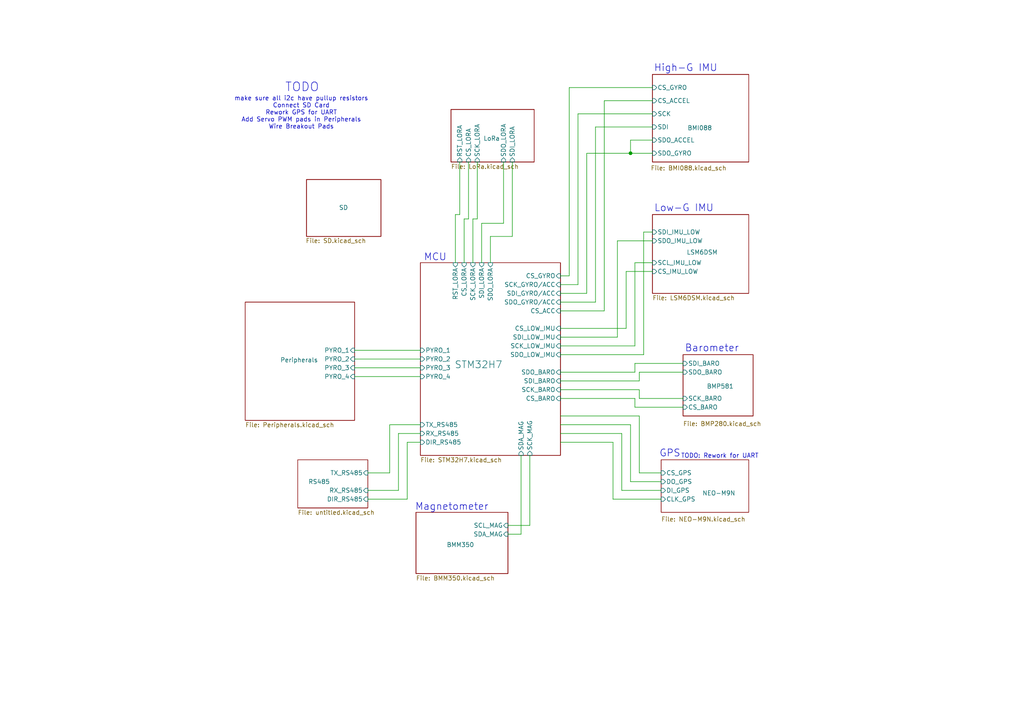
<source format=kicad_sch>
(kicad_sch
	(version 20231120)
	(generator "eeschema")
	(generator_version "8.0")
	(uuid "880cd2ad-ee8a-45d0-bf92-2f93a861aac0")
	(paper "A4")
	(title_block
		(title "NDXP Computer")
		(rev "1.0")
	)
	(lib_symbols)
	(junction
		(at 182.88 44.45)
		(diameter 0)
		(color 0 0 0 0)
		(uuid "df135ce9-5c5b-4bec-8d93-aecee0aa0d63")
	)
	(wire
		(pts
			(xy 186.69 102.87) (xy 186.69 67.31)
		)
		(stroke
			(width 0)
			(type default)
		)
		(uuid "0044426c-177c-40a8-a84b-d4600d572a0c")
	)
	(wire
		(pts
			(xy 153.67 152.4) (xy 153.67 132.08)
		)
		(stroke
			(width 0)
			(type default)
		)
		(uuid "04979d54-7f7e-4045-9936-63b7465e89e0")
	)
	(wire
		(pts
			(xy 175.26 29.21) (xy 189.23 29.21)
		)
		(stroke
			(width 0)
			(type default)
		)
		(uuid "0980d1e8-7ef6-431b-ba32-23c7603f15f3")
	)
	(wire
		(pts
			(xy 115.57 125.73) (xy 121.92 125.73)
		)
		(stroke
			(width 0)
			(type default)
		)
		(uuid "0bdbf140-e9d6-4236-bc0f-e96efe20e3c2")
	)
	(wire
		(pts
			(xy 170.18 44.45) (xy 182.88 44.45)
		)
		(stroke
			(width 0)
			(type default)
		)
		(uuid "100b5a8c-21cd-41e6-8adb-e71b01afd3a7")
	)
	(wire
		(pts
			(xy 162.56 80.01) (xy 165.1 80.01)
		)
		(stroke
			(width 0)
			(type default)
		)
		(uuid "11482e62-e5d6-4222-97e4-4efa3ad9ef14")
	)
	(wire
		(pts
			(xy 135.89 63.5) (xy 134.62 63.5)
		)
		(stroke
			(width 0)
			(type default)
		)
		(uuid "1446c81b-bd87-4d77-8916-a55f7fe8903d")
	)
	(wire
		(pts
			(xy 182.88 40.64) (xy 182.88 44.45)
		)
		(stroke
			(width 0)
			(type default)
		)
		(uuid "19210587-deb3-43dc-9d11-0c6f6111c228")
	)
	(wire
		(pts
			(xy 184.15 105.41) (xy 198.12 105.41)
		)
		(stroke
			(width 0)
			(type default)
		)
		(uuid "19ce393a-1fb8-4145-949d-12d304bc093e")
	)
	(wire
		(pts
			(xy 162.56 110.49) (xy 185.42 110.49)
		)
		(stroke
			(width 0)
			(type default)
		)
		(uuid "1cf7bacf-4ba2-4012-9bd0-361017a24e5a")
	)
	(wire
		(pts
			(xy 186.69 67.31) (xy 189.23 67.31)
		)
		(stroke
			(width 0)
			(type default)
		)
		(uuid "1ea3bc3b-3fa3-4f7d-b331-ba1eadbe6e81")
	)
	(wire
		(pts
			(xy 133.35 62.23) (xy 132.08 62.23)
		)
		(stroke
			(width 0)
			(type default)
		)
		(uuid "1ff19112-9a0d-4778-a543-768b4e670af1")
	)
	(wire
		(pts
			(xy 162.56 90.17) (xy 175.26 90.17)
		)
		(stroke
			(width 0)
			(type default)
		)
		(uuid "20f1d9e0-2699-46d1-abfa-57df7dba746d")
	)
	(wire
		(pts
			(xy 138.43 46.99) (xy 138.43 63.5)
		)
		(stroke
			(width 0)
			(type default)
		)
		(uuid "210d762a-b463-4fe7-816e-63b6dbff9f6d")
	)
	(wire
		(pts
			(xy 172.72 36.83) (xy 189.23 36.83)
		)
		(stroke
			(width 0)
			(type default)
		)
		(uuid "2201fb8e-0f18-44f6-93e7-e5e477676de2")
	)
	(wire
		(pts
			(xy 146.05 46.99) (xy 146.05 64.77)
		)
		(stroke
			(width 0)
			(type default)
		)
		(uuid "26a56149-ff12-4730-b35a-43fb8fc7d14a")
	)
	(wire
		(pts
			(xy 165.1 25.4) (xy 189.23 25.4)
		)
		(stroke
			(width 0)
			(type default)
		)
		(uuid "293941f4-1b80-44bf-a527-85146db23ee6")
	)
	(wire
		(pts
			(xy 179.07 69.85) (xy 189.23 69.85)
		)
		(stroke
			(width 0)
			(type default)
		)
		(uuid "2c086648-670a-436f-904f-b60d304733b2")
	)
	(wire
		(pts
			(xy 167.64 82.55) (xy 167.64 33.02)
		)
		(stroke
			(width 0)
			(type default)
		)
		(uuid "2c14342a-f09f-481b-92d7-feee1fdb5ffb")
	)
	(wire
		(pts
			(xy 162.56 125.73) (xy 180.34 125.73)
		)
		(stroke
			(width 0)
			(type default)
		)
		(uuid "2c4599bc-c6c6-4fb4-9d5b-8b5fa02a153b")
	)
	(wire
		(pts
			(xy 162.56 123.19) (xy 182.88 123.19)
		)
		(stroke
			(width 0)
			(type default)
		)
		(uuid "329d77dc-479f-4588-8593-e3088a5d4a02")
	)
	(wire
		(pts
			(xy 184.15 107.95) (xy 184.15 105.41)
		)
		(stroke
			(width 0)
			(type default)
		)
		(uuid "367d6849-7138-4ca2-bd8b-ca56dd29b307")
	)
	(wire
		(pts
			(xy 185.42 115.57) (xy 198.12 115.57)
		)
		(stroke
			(width 0)
			(type default)
		)
		(uuid "37dc710a-4659-4f4c-bf99-4c386acc38d0")
	)
	(wire
		(pts
			(xy 162.56 128.27) (xy 177.8 128.27)
		)
		(stroke
			(width 0)
			(type default)
		)
		(uuid "3e1cd515-0314-4a00-b70a-cffaeea87e2a")
	)
	(wire
		(pts
			(xy 148.59 68.58) (xy 142.24 68.58)
		)
		(stroke
			(width 0)
			(type default)
		)
		(uuid "4118b45b-bf27-4160-893f-c82826ff3f7c")
	)
	(wire
		(pts
			(xy 170.18 85.09) (xy 170.18 44.45)
		)
		(stroke
			(width 0)
			(type default)
		)
		(uuid "41ef0def-c16b-4c90-94b4-a2f10e06e007")
	)
	(wire
		(pts
			(xy 102.87 109.22) (xy 121.92 109.22)
		)
		(stroke
			(width 0)
			(type default)
		)
		(uuid "46ccb397-f148-472f-9da4-cd0f3e2de79d")
	)
	(wire
		(pts
			(xy 179.07 97.79) (xy 179.07 69.85)
		)
		(stroke
			(width 0)
			(type default)
		)
		(uuid "476188fe-80e8-433b-bada-d1a365732015")
	)
	(wire
		(pts
			(xy 162.56 120.65) (xy 185.42 120.65)
		)
		(stroke
			(width 0)
			(type default)
		)
		(uuid "4893a50b-4a04-4dd5-8aa0-332e55d5a921")
	)
	(wire
		(pts
			(xy 147.32 152.4) (xy 153.67 152.4)
		)
		(stroke
			(width 0)
			(type default)
		)
		(uuid "4b3b1d40-b60d-4889-befe-c1cfd96f8952")
	)
	(wire
		(pts
			(xy 102.87 104.14) (xy 121.92 104.14)
		)
		(stroke
			(width 0)
			(type default)
		)
		(uuid "4c5f8a8f-3046-4ea5-a031-b2c671429590")
	)
	(wire
		(pts
			(xy 135.89 46.99) (xy 135.89 63.5)
		)
		(stroke
			(width 0)
			(type default)
		)
		(uuid "4c623a8c-74a8-4098-a2d0-f9a56082aa2c")
	)
	(wire
		(pts
			(xy 162.56 115.57) (xy 184.15 115.57)
		)
		(stroke
			(width 0)
			(type default)
		)
		(uuid "4ec4de45-be68-4836-ba02-039fd5e6237f")
	)
	(wire
		(pts
			(xy 167.64 33.02) (xy 189.23 33.02)
		)
		(stroke
			(width 0)
			(type default)
		)
		(uuid "525d5c42-e239-48c8-ae3b-75f6e631b3bb")
	)
	(wire
		(pts
			(xy 182.88 139.7) (xy 191.77 139.7)
		)
		(stroke
			(width 0)
			(type default)
		)
		(uuid "52a06d23-ed10-404c-a9cf-cc7f04ba651e")
	)
	(wire
		(pts
			(xy 133.35 46.99) (xy 133.35 62.23)
		)
		(stroke
			(width 0)
			(type default)
		)
		(uuid "53b40e56-e691-458a-99ea-29c546a62b31")
	)
	(wire
		(pts
			(xy 185.42 137.16) (xy 191.77 137.16)
		)
		(stroke
			(width 0)
			(type default)
		)
		(uuid "591c4d2b-0483-4c5c-8089-392406cb1f27")
	)
	(wire
		(pts
			(xy 184.15 76.2) (xy 189.23 76.2)
		)
		(stroke
			(width 0)
			(type default)
		)
		(uuid "5b642580-675f-4028-9346-f2ce7ee728a8")
	)
	(wire
		(pts
			(xy 148.59 46.99) (xy 148.59 68.58)
		)
		(stroke
			(width 0)
			(type default)
		)
		(uuid "6a996c30-44e5-4b22-8e43-3b197c2c45a6")
	)
	(wire
		(pts
			(xy 177.8 128.27) (xy 177.8 144.78)
		)
		(stroke
			(width 0)
			(type default)
		)
		(uuid "6c7f71a5-b2d7-4588-ac86-b517c4f6e1d1")
	)
	(wire
		(pts
			(xy 181.61 95.25) (xy 181.61 78.74)
		)
		(stroke
			(width 0)
			(type default)
		)
		(uuid "6cb6f7da-a801-4a93-a0a2-edf3732edf2c")
	)
	(wire
		(pts
			(xy 147.32 154.94) (xy 151.13 154.94)
		)
		(stroke
			(width 0)
			(type default)
		)
		(uuid "70ab4753-a018-4441-a275-0c794fa69cab")
	)
	(wire
		(pts
			(xy 162.56 113.03) (xy 185.42 113.03)
		)
		(stroke
			(width 0)
			(type default)
		)
		(uuid "72e879e5-547b-446d-91b7-008b8b13a571")
	)
	(wire
		(pts
			(xy 182.88 44.45) (xy 189.23 44.45)
		)
		(stroke
			(width 0)
			(type default)
		)
		(uuid "73513434-b638-4bc1-8fec-1c6b97f23e24")
	)
	(wire
		(pts
			(xy 182.88 123.19) (xy 182.88 139.7)
		)
		(stroke
			(width 0)
			(type default)
		)
		(uuid "744808a4-fca9-42b8-b015-f9e25f5d0382")
	)
	(wire
		(pts
			(xy 172.72 36.83) (xy 172.72 87.63)
		)
		(stroke
			(width 0)
			(type default)
		)
		(uuid "79ea3058-79fa-463b-b078-fba11989134a")
	)
	(wire
		(pts
			(xy 106.68 137.16) (xy 113.03 137.16)
		)
		(stroke
			(width 0)
			(type default)
		)
		(uuid "7a4425c9-cdfe-41cf-b93c-dc0cbc85ebed")
	)
	(wire
		(pts
			(xy 118.11 144.78) (xy 118.11 128.27)
		)
		(stroke
			(width 0)
			(type default)
		)
		(uuid "858d90b3-9fc5-422e-8b9f-fa1c49609cd0")
	)
	(wire
		(pts
			(xy 139.7 64.77) (xy 139.7 76.2)
		)
		(stroke
			(width 0)
			(type default)
		)
		(uuid "86f12af8-cfaf-41d9-a122-facb85c8db39")
	)
	(wire
		(pts
			(xy 113.03 137.16) (xy 113.03 123.19)
		)
		(stroke
			(width 0)
			(type default)
		)
		(uuid "89cf13b9-c1d0-4815-9c7a-e55f41a024b5")
	)
	(wire
		(pts
			(xy 185.42 120.65) (xy 185.42 137.16)
		)
		(stroke
			(width 0)
			(type default)
		)
		(uuid "8a3db205-96c5-4869-85cf-c6f7a5872cb7")
	)
	(wire
		(pts
			(xy 184.15 118.11) (xy 198.12 118.11)
		)
		(stroke
			(width 0)
			(type default)
		)
		(uuid "8abdc395-2316-4c47-9e1f-bb8a1f34426f")
	)
	(wire
		(pts
			(xy 134.62 63.5) (xy 134.62 76.2)
		)
		(stroke
			(width 0)
			(type default)
		)
		(uuid "906de628-f675-4394-bcc1-ac312d2b8ee2")
	)
	(wire
		(pts
			(xy 185.42 110.49) (xy 185.42 107.95)
		)
		(stroke
			(width 0)
			(type default)
		)
		(uuid "93861dda-1954-4bbe-bbf5-1f9cdf6e2305")
	)
	(wire
		(pts
			(xy 142.24 68.58) (xy 142.24 76.2)
		)
		(stroke
			(width 0)
			(type default)
		)
		(uuid "989ab132-5ad7-4cfa-9ba7-1d4559e0e4b2")
	)
	(wire
		(pts
			(xy 106.68 142.24) (xy 115.57 142.24)
		)
		(stroke
			(width 0)
			(type default)
		)
		(uuid "9f5ef052-3dfd-48f2-b0bb-105d1b193897")
	)
	(wire
		(pts
			(xy 177.8 144.78) (xy 191.77 144.78)
		)
		(stroke
			(width 0)
			(type default)
		)
		(uuid "9fae0bd7-b277-49e0-8cac-988d96573e28")
	)
	(wire
		(pts
			(xy 184.15 100.33) (xy 184.15 76.2)
		)
		(stroke
			(width 0)
			(type default)
		)
		(uuid "9fc96eb5-e75f-463a-ac75-bc6a85f90000")
	)
	(wire
		(pts
			(xy 132.08 62.23) (xy 132.08 76.2)
		)
		(stroke
			(width 0)
			(type default)
		)
		(uuid "a04e98e5-a2ae-400f-b1bf-1355af814794")
	)
	(wire
		(pts
			(xy 184.15 115.57) (xy 184.15 118.11)
		)
		(stroke
			(width 0)
			(type default)
		)
		(uuid "a050d4f5-72c4-458c-913e-ec9dedf1c501")
	)
	(wire
		(pts
			(xy 181.61 78.74) (xy 189.23 78.74)
		)
		(stroke
			(width 0)
			(type default)
		)
		(uuid "a19514af-7d31-44ae-8a38-b8cde0678493")
	)
	(wire
		(pts
			(xy 151.13 154.94) (xy 151.13 132.08)
		)
		(stroke
			(width 0)
			(type default)
		)
		(uuid "a29b1518-9f25-4fae-8efc-315866443829")
	)
	(wire
		(pts
			(xy 115.57 142.24) (xy 115.57 125.73)
		)
		(stroke
			(width 0)
			(type default)
		)
		(uuid "a431ba26-e0c1-41da-9731-fef7b8110378")
	)
	(wire
		(pts
			(xy 162.56 95.25) (xy 181.61 95.25)
		)
		(stroke
			(width 0)
			(type default)
		)
		(uuid "a7790bd7-0e6b-4055-ade3-5eafdc4e5029")
	)
	(wire
		(pts
			(xy 102.87 101.6) (xy 121.92 101.6)
		)
		(stroke
			(width 0)
			(type default)
		)
		(uuid "acb1d8e6-2972-4209-9ff1-c971e5b80cae")
	)
	(wire
		(pts
			(xy 162.56 82.55) (xy 167.64 82.55)
		)
		(stroke
			(width 0)
			(type default)
		)
		(uuid "b78b7606-dff9-4474-81b4-3796b0cf158e")
	)
	(wire
		(pts
			(xy 146.05 64.77) (xy 139.7 64.77)
		)
		(stroke
			(width 0)
			(type default)
		)
		(uuid "b8c0d01a-817c-4f63-a6af-246f9650cd17")
	)
	(wire
		(pts
			(xy 180.34 142.24) (xy 191.77 142.24)
		)
		(stroke
			(width 0)
			(type default)
		)
		(uuid "b8c2e6c5-53c8-4c14-8d93-f3f3d3a9d422")
	)
	(wire
		(pts
			(xy 165.1 25.4) (xy 165.1 80.01)
		)
		(stroke
			(width 0)
			(type default)
		)
		(uuid "be65df2f-057b-4331-8f10-a12382c3fec6")
	)
	(wire
		(pts
			(xy 185.42 113.03) (xy 185.42 115.57)
		)
		(stroke
			(width 0)
			(type default)
		)
		(uuid "bee0bc5d-63ac-476c-8e91-5902f32d0ec2")
	)
	(wire
		(pts
			(xy 180.34 125.73) (xy 180.34 142.24)
		)
		(stroke
			(width 0)
			(type default)
		)
		(uuid "bfd996aa-b187-4c14-9781-1f5aebab2071")
	)
	(wire
		(pts
			(xy 137.16 63.5) (xy 137.16 76.2)
		)
		(stroke
			(width 0)
			(type default)
		)
		(uuid "c06cd6d9-0b41-4988-be62-7fc50af421e0")
	)
	(wire
		(pts
			(xy 189.23 40.64) (xy 182.88 40.64)
		)
		(stroke
			(width 0)
			(type default)
		)
		(uuid "c7df2017-7033-4a1e-ad74-59cdc0aa2458")
	)
	(wire
		(pts
			(xy 185.42 107.95) (xy 198.12 107.95)
		)
		(stroke
			(width 0)
			(type default)
		)
		(uuid "c9de6265-5ebf-42bc-abf5-826aafdb335b")
	)
	(wire
		(pts
			(xy 106.68 144.78) (xy 118.11 144.78)
		)
		(stroke
			(width 0)
			(type default)
		)
		(uuid "cad63af2-b78b-4742-9d8f-8ed47af7028e")
	)
	(wire
		(pts
			(xy 162.56 100.33) (xy 184.15 100.33)
		)
		(stroke
			(width 0)
			(type default)
		)
		(uuid "d5352066-8c6d-4e12-b687-82781f1db2f0")
	)
	(wire
		(pts
			(xy 162.56 97.79) (xy 179.07 97.79)
		)
		(stroke
			(width 0)
			(type default)
		)
		(uuid "d93f86f3-ff93-481d-81f3-7e8da3f3f034")
	)
	(wire
		(pts
			(xy 162.56 102.87) (xy 186.69 102.87)
		)
		(stroke
			(width 0)
			(type default)
		)
		(uuid "dae2fe37-e894-4cc0-b412-0ebe106e740f")
	)
	(wire
		(pts
			(xy 175.26 90.17) (xy 175.26 29.21)
		)
		(stroke
			(width 0)
			(type default)
		)
		(uuid "dc22c649-62b5-445a-87b7-ba1582a60d55")
	)
	(wire
		(pts
			(xy 138.43 63.5) (xy 137.16 63.5)
		)
		(stroke
			(width 0)
			(type default)
		)
		(uuid "e016e29e-ba94-4629-8935-e3e5bbc54b57")
	)
	(wire
		(pts
			(xy 102.87 106.68) (xy 121.92 106.68)
		)
		(stroke
			(width 0)
			(type default)
		)
		(uuid "e621a091-ee1a-4e9f-bf7b-3bae8ee60ff5")
	)
	(wire
		(pts
			(xy 118.11 128.27) (xy 121.92 128.27)
		)
		(stroke
			(width 0)
			(type default)
		)
		(uuid "e86d962f-2ee7-4d8f-ad03-68fa6721d226")
	)
	(wire
		(pts
			(xy 113.03 123.19) (xy 121.92 123.19)
		)
		(stroke
			(width 0)
			(type default)
		)
		(uuid "e8d6abb0-d406-4cd6-954c-473018c4393d")
	)
	(wire
		(pts
			(xy 172.72 87.63) (xy 162.56 87.63)
		)
		(stroke
			(width 0)
			(type default)
		)
		(uuid "f36b7254-e0b5-41a1-baa3-76d1c00104b1")
	)
	(wire
		(pts
			(xy 162.56 85.09) (xy 170.18 85.09)
		)
		(stroke
			(width 0)
			(type default)
		)
		(uuid "f6b6fc8e-cb47-4802-900e-4980bd265f4f")
	)
	(wire
		(pts
			(xy 162.56 107.95) (xy 184.15 107.95)
		)
		(stroke
			(width 0)
			(type default)
		)
		(uuid "fad2d67c-7fed-4a6d-9925-82bda18bc0b4")
	)
	(text "make sure all i2c have pullup resistors\nConnect SD Card\nRework GPS for UART\nAdd Servo PWM pads in Peripherals\nWire Breakout Pads\n"
		(exclude_from_sim no)
		(at 87.376 32.766 0)
		(effects
			(font
				(size 1.27 1.27)
			)
		)
		(uuid "129b3e80-277d-44c5-b239-ed4e4bb4d1dc")
	)
	(text "TODO"
		(exclude_from_sim no)
		(at 87.63 25.4 0)
		(effects
			(font
				(size 2.54 2.54)
			)
		)
		(uuid "3e3653e6-b45b-4a4b-824f-089325930dde")
	)
	(text "Barometer"
		(exclude_from_sim no)
		(at 206.502 101.092 0)
		(effects
			(font
				(size 2.032 2.032)
			)
		)
		(uuid "47e5abcf-37aa-49ac-9122-a522670b41bd")
	)
	(text "Low-G IMU"
		(exclude_from_sim no)
		(at 198.374 60.452 0)
		(effects
			(font
				(size 2.032 2.032)
			)
		)
		(uuid "54ee0cab-4af0-479a-a15a-7c327eba076c")
	)
	(text "TODO: Rework for UART"
		(exclude_from_sim no)
		(at 208.788 132.334 0)
		(effects
			(font
				(size 1.27 1.27)
			)
		)
		(uuid "5764d981-d3fc-41c7-bfe3-b4c6804cc40b")
	)
	(text "MCU"
		(exclude_from_sim no)
		(at 126.238 74.676 0)
		(effects
			(font
				(size 2.032 2.032)
			)
		)
		(uuid "afa0a4ea-9e23-4dc2-9719-41b6bfebd168")
	)
	(text "High-G IMU"
		(exclude_from_sim no)
		(at 198.882 19.812 0)
		(effects
			(font
				(size 2.032 2.032)
			)
		)
		(uuid "b7c75cce-8e53-462c-be97-288547ffa0f2")
	)
	(text "Magnetometer"
		(exclude_from_sim no)
		(at 131.064 147.066 0)
		(effects
			(font
				(size 2.032 2.032)
			)
		)
		(uuid "d24b7985-73ac-487b-a16e-2fcbbe3b445e")
	)
	(text "GPS\n"
		(exclude_from_sim no)
		(at 194.31 131.572 0)
		(effects
			(font
				(size 2.032 2.032)
			)
		)
		(uuid "fb9471b3-e357-48b6-ab2a-9f8e0e5bc123")
	)
	(sheet
		(at 191.77 133.35)
		(size 25.4 15.24)
		(stroke
			(width 0.1524)
			(type solid)
		)
		(fill
			(color 0 0 0 0.0000)
		)
		(uuid "16e7959a-598a-4fd4-86dd-9806303f6b27")
		(property "Sheetname" "NEO-M9N"
			(at 203.708 143.764 0)
			(effects
				(font
					(size 1.27 1.27)
				)
				(justify left bottom)
			)
		)
		(property "Sheetfile" "NEO-M9N.kicad_sch"
			(at 191.77 149.86 0)
			(effects
				(font
					(size 1.27 1.27)
				)
				(justify left top)
			)
		)
		(pin "CS_GPS" input
			(at 191.77 137.16 180)
			(effects
				(font
					(size 1.27 1.27)
				)
				(justify left)
			)
			(uuid "823f4d08-4b15-42ea-8529-7d0d43bc645d")
		)
		(pin "DO_GPS" input
			(at 191.77 139.7 180)
			(effects
				(font
					(size 1.27 1.27)
				)
				(justify left)
			)
			(uuid "f3ae5bcc-498a-48b4-93bf-0b95e873203d")
		)
		(pin "DI_GPS" input
			(at 191.77 142.24 180)
			(effects
				(font
					(size 1.27 1.27)
				)
				(justify left)
			)
			(uuid "b9a8e007-76e0-4709-8755-dcd05cd71d95")
		)
		(pin "CLK_GPS" input
			(at 191.77 144.78 180)
			(effects
				(font
					(size 1.27 1.27)
				)
				(justify left)
			)
			(uuid "46e09adf-7cbe-46cb-8918-d4f5d18a1870")
		)
		(instances
			(project "NDXPCOMPUTER"
				(path "/880cd2ad-ee8a-45d0-bf92-2f93a861aac0"
					(page "6")
				)
			)
		)
	)
	(sheet
		(at 86.36 133.35)
		(size 20.32 13.97)
		(stroke
			(width 0.1524)
			(type solid)
		)
		(fill
			(color 0 0 0 0.0000)
		)
		(uuid "3027ef3f-d137-45d9-896f-2480517a468d")
		(property "Sheetname" "RS485"
			(at 89.408 140.462 0)
			(effects
				(font
					(size 1.27 1.27)
				)
				(justify left bottom)
			)
		)
		(property "Sheetfile" "untitled.kicad_sch"
			(at 86.36 147.9046 0)
			(effects
				(font
					(size 1.27 1.27)
				)
				(justify left top)
			)
		)
		(pin "TX_RS485" input
			(at 106.68 137.16 0)
			(effects
				(font
					(size 1.27 1.27)
				)
				(justify right)
			)
			(uuid "942e7f6d-f923-42c2-aa7c-76fcd652f9c7")
		)
		(pin "RX_RS485" input
			(at 106.68 142.24 0)
			(effects
				(font
					(size 1.27 1.27)
				)
				(justify right)
			)
			(uuid "0c578b8c-6a00-4a15-8883-f19847cac9a3")
		)
		(pin "DIR_RS485" input
			(at 106.68 144.78 0)
			(effects
				(font
					(size 1.27 1.27)
				)
				(justify right)
			)
			(uuid "e873fde5-cc4f-429a-9ade-350ab17a7763")
		)
		(instances
			(project "NDXPCOMPUTER"
				(path "/880cd2ad-ee8a-45d0-bf92-2f93a861aac0"
					(page "12")
				)
			)
		)
	)
	(sheet
		(at 198.12 102.87)
		(size 20.32 17.78)
		(stroke
			(width 0.1524)
			(type solid)
		)
		(fill
			(color 0 0 0 0.0000)
		)
		(uuid "5e45f0a4-a72d-4462-856f-94f2b8339a46")
		(property "Sheetname" "BMP581"
			(at 204.978 112.776 0)
			(effects
				(font
					(size 1.27 1.27)
				)
				(justify left bottom)
			)
		)
		(property "Sheetfile" "BMP280.kicad_sch"
			(at 198.12 122.174 0)
			(effects
				(font
					(size 1.27 1.27)
				)
				(justify left top)
			)
		)
		(pin "SDI_BARO" input
			(at 198.12 105.41 180)
			(effects
				(font
					(size 1.27 1.27)
				)
				(justify left)
			)
			(uuid "e704f30b-ab92-4885-869b-9d66de7bc128")
		)
		(pin "SDO_BARO" input
			(at 198.12 107.95 180)
			(effects
				(font
					(size 1.27 1.27)
				)
				(justify left)
			)
			(uuid "ba42b176-24bf-4aff-a976-23723c5fd5a9")
		)
		(pin "SCK_BARO" input
			(at 198.12 115.57 180)
			(effects
				(font
					(size 1.27 1.27)
				)
				(justify left)
			)
			(uuid "54938ac0-bd68-44a4-965f-878a9400d6c9")
		)
		(pin "CS_BARO" input
			(at 198.12 118.11 180)
			(effects
				(font
					(size 1.27 1.27)
				)
				(justify left)
			)
			(uuid "6447672b-ec6b-4590-867d-990d05237a61")
		)
		(instances
			(project "NDXPCOMPUTER"
				(path "/880cd2ad-ee8a-45d0-bf92-2f93a861aac0"
					(page "5")
				)
			)
		)
	)
	(sheet
		(at 88.9 52.07)
		(size 21.59 16.51)
		(stroke
			(width 0.1524)
			(type solid)
		)
		(fill
			(color 0 0 0 0.0000)
		)
		(uuid "637cedd3-28e9-4fa5-b7e7-b0325a347348")
		(property "Sheetname" "SD"
			(at 98.298 60.96 0)
			(effects
				(font
					(size 1.27 1.27)
				)
				(justify left bottom)
			)
		)
		(property "Sheetfile" "SD.kicad_sch"
			(at 88.646 69.088 0)
			(effects
				(font
					(size 1.27 1.27)
				)
				(justify left top)
			)
		)
		(instances
			(project "NDXPCOMPUTER"
				(path "/880cd2ad-ee8a-45d0-bf92-2f93a861aac0"
					(page "11")
				)
			)
		)
	)
	(sheet
		(at 120.65 148.59)
		(size 26.67 17.78)
		(stroke
			(width 0.1524)
			(type solid)
		)
		(fill
			(color 0 0 0 0.0000)
		)
		(uuid "6ba08fd8-48fe-41d6-8cdf-5d93dab36794")
		(property "Sheetname" "BMM350"
			(at 129.54 158.75 0)
			(effects
				(font
					(size 1.27 1.27)
				)
				(justify left bottom)
			)
		)
		(property "Sheetfile" "BMM350.kicad_sch"
			(at 120.65 166.9546 0)
			(effects
				(font
					(size 1.27 1.27)
				)
				(justify left top)
			)
		)
		(pin "SDA_MAG" input
			(at 147.32 154.94 0)
			(effects
				(font
					(size 1.27 1.27)
				)
				(justify right)
			)
			(uuid "aa1cb67c-2e89-4f6e-a312-af3369a00f80")
		)
		(pin "SCL_MAG" input
			(at 147.32 152.4 0)
			(effects
				(font
					(size 1.27 1.27)
				)
				(justify right)
			)
			(uuid "e0560357-11a3-4a8b-86e8-8aa6277f6b53")
		)
		(instances
			(project "NDXPCOMPUTER"
				(path "/880cd2ad-ee8a-45d0-bf92-2f93a861aac0"
					(page "9")
				)
			)
		)
	)
	(sheet
		(at 71.12 87.63)
		(size 31.75 34.29)
		(stroke
			(width 0.1524)
			(type solid)
		)
		(fill
			(color 0 0 0 0.0000)
		)
		(uuid "933c923e-9649-42a5-9bc4-db8878fb4adc")
		(property "Sheetname" "Peripherals"
			(at 81.28 105.156 0)
			(effects
				(font
					(size 1.27 1.27)
				)
				(justify left bottom)
			)
		)
		(property "Sheetfile" "Peripherals.kicad_sch"
			(at 71.12 122.5046 0)
			(effects
				(font
					(size 1.27 1.27)
				)
				(justify left top)
			)
		)
		(pin "PYRO_1" input
			(at 102.87 101.6 0)
			(effects
				(font
					(size 1.27 1.27)
				)
				(justify right)
			)
			(uuid "b98d3c90-2d58-4dab-84ab-a7d2fddee7c3")
		)
		(pin "PYRO_3" input
			(at 102.87 106.68 0)
			(effects
				(font
					(size 1.27 1.27)
				)
				(justify right)
			)
			(uuid "a4334911-cec0-4206-bb9f-9e629f0fd942")
		)
		(pin "PYRO_2" input
			(at 102.87 104.14 0)
			(effects
				(font
					(size 1.27 1.27)
				)
				(justify right)
			)
			(uuid "d8ee2219-ee3d-401d-908a-bfc367eb3318")
		)
		(pin "PYRO_4" input
			(at 102.87 109.22 0)
			(effects
				(font
					(size 1.27 1.27)
				)
				(justify right)
			)
			(uuid "fd10030b-c626-4299-bec9-73051965c6c7")
		)
		(instances
			(project "NDXPCOMPUTER"
				(path "/880cd2ad-ee8a-45d0-bf92-2f93a861aac0"
					(page "8")
				)
			)
		)
	)
	(sheet
		(at 189.23 21.59)
		(size 27.94 25.4)
		(stroke
			(width 0.1524)
			(type solid)
		)
		(fill
			(color 0 0 0 0.0000)
		)
		(uuid "ad9d4e19-de45-4b5d-9d67-5d499159c63b")
		(property "Sheetname" "BMI088"
			(at 199.39 37.846 0)
			(effects
				(font
					(size 1.27 1.27)
				)
				(justify left bottom)
			)
		)
		(property "Sheetfile" "BMI088.kicad_sch"
			(at 188.722 48.006 0)
			(effects
				(font
					(size 1.27 1.27)
				)
				(justify left top)
			)
		)
		(pin "CS_GYRO" input
			(at 189.23 25.4 180)
			(effects
				(font
					(size 1.27 1.27)
				)
				(justify left)
			)
			(uuid "afdad376-1230-4c27-9db2-023c823a0aa9")
		)
		(pin "CS_ACCEL" input
			(at 189.23 29.21 180)
			(effects
				(font
					(size 1.27 1.27)
				)
				(justify left)
			)
			(uuid "1cef0264-5c9e-4261-8990-45e6995fa1d2")
		)
		(pin "SCK" input
			(at 189.23 33.02 180)
			(effects
				(font
					(size 1.27 1.27)
				)
				(justify left)
			)
			(uuid "e0bfa251-9188-426c-b0d4-717467979a8c")
		)
		(pin "SDI" input
			(at 189.23 36.83 180)
			(effects
				(font
					(size 1.27 1.27)
				)
				(justify left)
			)
			(uuid "b20cebfa-82bd-4a37-a398-651589907d21")
		)
		(pin "SDO_ACCEL" input
			(at 189.23 40.64 180)
			(effects
				(font
					(size 1.27 1.27)
				)
				(justify left)
			)
			(uuid "b9cc77d1-6982-4d10-9173-b46f8caefb79")
		)
		(pin "SDO_GYRO" input
			(at 189.23 44.45 180)
			(effects
				(font
					(size 1.27 1.27)
				)
				(justify left)
			)
			(uuid "3da39ff6-a730-453e-9d14-bdb5853bd809")
		)
		(instances
			(project "NDXPCOMPUTER"
				(path "/880cd2ad-ee8a-45d0-bf92-2f93a861aac0"
					(page "3")
				)
			)
		)
	)
	(sheet
		(at 130.81 31.75)
		(size 24.13 15.24)
		(stroke
			(width 0.1524)
			(type solid)
		)
		(fill
			(color 0 0 0 0.0000)
		)
		(uuid "b564b3df-7c59-40c8-842a-077330153d4f")
		(property "Sheetname" "LoRa"
			(at 140.208 40.894 0)
			(effects
				(font
					(size 1.27 1.27)
				)
				(justify left bottom)
			)
		)
		(property "Sheetfile" "LoRa.kicad_sch"
			(at 130.81 47.5746 0)
			(effects
				(font
					(size 1.27 1.27)
				)
				(justify left top)
			)
		)
		(pin "SDO_LORA" input
			(at 146.05 46.99 270)
			(effects
				(font
					(size 1.27 1.27)
				)
				(justify left)
			)
			(uuid "14ed6d76-ae0e-4c46-b495-bb7cc9fc201e")
		)
		(pin "RST_LORA" input
			(at 133.35 46.99 270)
			(effects
				(font
					(size 1.27 1.27)
				)
				(justify left)
			)
			(uuid "b5a8fbd4-4b83-439e-b038-eca389fc4085")
		)
		(pin "CS_LORA" input
			(at 135.89 46.99 270)
			(effects
				(font
					(size 1.27 1.27)
				)
				(justify left)
			)
			(uuid "6c3344b3-d6f7-4465-9176-9e7e7526673f")
		)
		(pin "SCK_LORA" input
			(at 138.43 46.99 270)
			(effects
				(font
					(size 1.27 1.27)
				)
				(justify left)
			)
			(uuid "adb32efc-97dd-4c9f-bc4b-94fb8006ad76")
		)
		(pin "SDI_LORA" input
			(at 148.59 46.99 270)
			(effects
				(font
					(size 1.27 1.27)
				)
				(justify left)
			)
			(uuid "f70da958-c1fc-48b9-8b50-9355b8632ca1")
		)
		(instances
			(project "NDXPCOMPUTER"
				(path "/880cd2ad-ee8a-45d0-bf92-2f93a861aac0"
					(page "10")
				)
			)
		)
	)
	(sheet
		(at 121.92 76.2)
		(size 40.64 55.88)
		(stroke
			(width 0.1524)
			(type solid)
		)
		(fill
			(color 0 0 0 0.0000)
		)
		(uuid "cb1b5cf1-a55c-42cc-b365-bf5ffcf1d58e")
		(property "Sheetname" "STM32H7"
			(at 131.826 106.934 0)
			(effects
				(font
					(size 2.032 2.032)
				)
				(justify left bottom)
			)
		)
		(property "Sheetfile" "STM32H7.kicad_sch"
			(at 121.92 132.6646 0)
			(effects
				(font
					(size 1.27 1.27)
				)
				(justify left top)
			)
		)
		(pin "CS_GYRO" input
			(at 162.56 80.01 0)
			(effects
				(font
					(size 1.27 1.27)
				)
				(justify right)
			)
			(uuid "c736ed21-21c4-4d16-ad72-65c37376055e")
		)
		(pin "SCK_GYRO{slash}ACC" input
			(at 162.56 82.55 0)
			(effects
				(font
					(size 1.27 1.27)
				)
				(justify right)
			)
			(uuid "acd0e93c-d653-4bd5-8ae8-0a28e33e6ac4")
		)
		(pin "SDI_GYRO{slash}ACC" input
			(at 162.56 85.09 0)
			(effects
				(font
					(size 1.27 1.27)
				)
				(justify right)
			)
			(uuid "ce2b4c10-afda-4aa5-962b-af91d861da15")
		)
		(pin "SDO_GYRO{slash}ACC" input
			(at 162.56 87.63 0)
			(effects
				(font
					(size 1.27 1.27)
				)
				(justify right)
			)
			(uuid "66be2bf9-cb3d-46a5-ba9c-81e252cc22b9")
		)
		(pin "CS_ACC" input
			(at 162.56 90.17 0)
			(effects
				(font
					(size 1.27 1.27)
				)
				(justify right)
			)
			(uuid "e9c2957f-1e68-4b19-acf7-0b05dc200607")
		)
		(pin "CS_LOW_IMU" input
			(at 162.56 95.25 0)
			(effects
				(font
					(size 1.27 1.27)
				)
				(justify right)
			)
			(uuid "d9b49398-2fdb-46ab-b3a1-6f8a65232a36")
		)
		(pin "SDI_LOW_IMU" input
			(at 162.56 97.79 0)
			(effects
				(font
					(size 1.27 1.27)
				)
				(justify right)
			)
			(uuid "c119c141-9463-4350-bf06-c644280bbbd6")
		)
		(pin "SCK_LOW_IMU" input
			(at 162.56 100.33 0)
			(effects
				(font
					(size 1.27 1.27)
				)
				(justify right)
			)
			(uuid "fe5006bc-37bc-4831-8af4-c2258640b792")
		)
		(pin "SDO_LOW_IMU" input
			(at 162.56 102.87 0)
			(effects
				(font
					(size 1.27 1.27)
				)
				(justify right)
			)
			(uuid "24e909f0-b8b5-4072-8ba3-9f84c8509e5b")
		)
		(pin "SDO_BARO" input
			(at 162.56 107.95 0)
			(effects
				(font
					(size 1.27 1.27)
				)
				(justify right)
			)
			(uuid "3f8891e9-6c0a-409e-b56d-921ba30384b0")
		)
		(pin "SDI_BARO" input
			(at 162.56 110.49 0)
			(effects
				(font
					(size 1.27 1.27)
				)
				(justify right)
			)
			(uuid "344f3517-5f79-44ac-af71-f01a2d676619")
		)
		(pin "CS_BARO" input
			(at 162.56 115.57 0)
			(effects
				(font
					(size 1.27 1.27)
				)
				(justify right)
			)
			(uuid "eebb8f12-bfa4-4404-8d4d-05d8a769edef")
		)
		(pin "SCK_BARO" input
			(at 162.56 113.03 0)
			(effects
				(font
					(size 1.27 1.27)
				)
				(justify right)
			)
			(uuid "0df46466-5860-41ab-8b94-ec834e6b0da9")
		)
		(pin "SDA_MAG" input
			(at 151.13 132.08 270)
			(effects
				(font
					(size 1.27 1.27)
				)
				(justify left)
			)
			(uuid "3fb37832-599e-4a4c-83f2-5cacf7eb4fd2")
		)
		(pin "SCK_MAG" input
			(at 153.67 132.08 270)
			(effects
				(font
					(size 1.27 1.27)
				)
				(justify left)
			)
			(uuid "abf09b15-3a9c-4be4-9ec8-e4f3935a7964")
		)
		(pin "PYRO_3" input
			(at 121.92 106.68 180)
			(effects
				(font
					(size 1.27 1.27)
				)
				(justify left)
			)
			(uuid "93eebcd6-dbc0-4b2d-944c-0956adf2a6d4")
		)
		(pin "PYRO_1" input
			(at 121.92 101.6 180)
			(effects
				(font
					(size 1.27 1.27)
				)
				(justify left)
			)
			(uuid "60fb0d4d-4311-43ac-bb54-7350b768eae5")
		)
		(pin "PYRO_2" input
			(at 121.92 104.14 180)
			(effects
				(font
					(size 1.27 1.27)
				)
				(justify left)
			)
			(uuid "4c7f727a-c7ef-4937-ad2d-383db1a0e0f4")
		)
		(pin "PYRO_4" input
			(at 121.92 109.22 180)
			(effects
				(font
					(size 1.27 1.27)
				)
				(justify left)
			)
			(uuid "9e7bdddf-f571-4487-85cd-2059d01b4611")
		)
		(pin "TX_RS485" input
			(at 121.92 123.19 180)
			(effects
				(font
					(size 1.27 1.27)
				)
				(justify left)
			)
			(uuid "83a659a6-1eae-4eb8-a1cd-b0a3a776475d")
		)
		(pin "RX_RS485" input
			(at 121.92 125.73 180)
			(effects
				(font
					(size 1.27 1.27)
				)
				(justify left)
			)
			(uuid "bd42adf1-13f1-4729-8f74-0db6f921e004")
		)
		(pin "DIR_RS485" input
			(at 121.92 128.27 180)
			(effects
				(font
					(size 1.27 1.27)
				)
				(justify left)
			)
			(uuid "238256ae-7bb9-488e-aef6-c1fbb34d3584")
		)
		(pin "RST_LORA" input
			(at 132.08 76.2 90)
			(effects
				(font
					(size 1.27 1.27)
				)
				(justify right)
			)
			(uuid "f9804854-a14c-4b58-8b5b-4417bb600337")
		)
		(pin "CS_LORA" input
			(at 134.62 76.2 90)
			(effects
				(font
					(size 1.27 1.27)
				)
				(justify right)
			)
			(uuid "932d9a5a-19fa-45c9-b0e2-284775728213")
		)
		(pin "SCK_LORA" input
			(at 137.16 76.2 90)
			(effects
				(font
					(size 1.27 1.27)
				)
				(justify right)
			)
			(uuid "4665efa5-2c2d-4755-8fce-980a7772539a")
		)
		(pin "SDI_LORA" input
			(at 139.7 76.2 90)
			(effects
				(font
					(size 1.27 1.27)
				)
				(justify right)
			)
			(uuid "77f4149a-c9e2-4ce8-9f0b-e082c0de5b3b")
		)
		(pin "SDO_LORA" input
			(at 142.24 76.2 90)
			(effects
				(font
					(size 1.27 1.27)
				)
				(justify right)
			)
			(uuid "06046d43-7b79-4400-bdaf-ad514e940c5c")
		)
		(instances
			(project "NDXPCOMPUTER"
				(path "/880cd2ad-ee8a-45d0-bf92-2f93a861aac0"
					(page "2")
				)
			)
		)
	)
	(sheet
		(at 189.23 62.23)
		(size 27.94 22.86)
		(stroke
			(width 0.1524)
			(type solid)
		)
		(fill
			(color 0 0 0 0.0000)
		)
		(uuid "f8f502cd-6130-4105-9076-c7ac7eb5037b")
		(property "Sheetname" "LSM6DSM"
			(at 199.136 73.914 0)
			(effects
				(font
					(size 1.27 1.27)
				)
				(justify left bottom)
			)
		)
		(property "Sheetfile" "LSM6DSM.kicad_sch"
			(at 189.23 85.6746 0)
			(effects
				(font
					(size 1.27 1.27)
				)
				(justify left top)
			)
		)
		(pin "SDI_IMU_LOW" input
			(at 189.23 67.31 180)
			(effects
				(font
					(size 1.27 1.27)
				)
				(justify left)
			)
			(uuid "16d0a92c-fa93-4d3a-8dda-94370446dc0a")
		)
		(pin "SDO_IMU_LOW" input
			(at 189.23 69.85 180)
			(effects
				(font
					(size 1.27 1.27)
				)
				(justify left)
			)
			(uuid "e58b5621-94d7-4940-bf36-cd2700688579")
		)
		(pin "SCL_IMU_LOW" input
			(at 189.23 76.2 180)
			(effects
				(font
					(size 1.27 1.27)
				)
				(justify left)
			)
			(uuid "fcd39af7-5d7a-4058-9bb3-23411f7031bc")
		)
		(pin "CS_IMU_LOW" input
			(at 189.23 78.74 180)
			(effects
				(font
					(size 1.27 1.27)
				)
				(justify left)
			)
			(uuid "af3c1daa-0f4f-49e8-8f1c-e99f9b044d9e")
		)
		(instances
			(project "NDXPCOMPUTER"
				(path "/880cd2ad-ee8a-45d0-bf92-2f93a861aac0"
					(page "4")
				)
			)
		)
	)
	(sheet_instances
		(path "/"
			(page "1")
		)
	)
)

</source>
